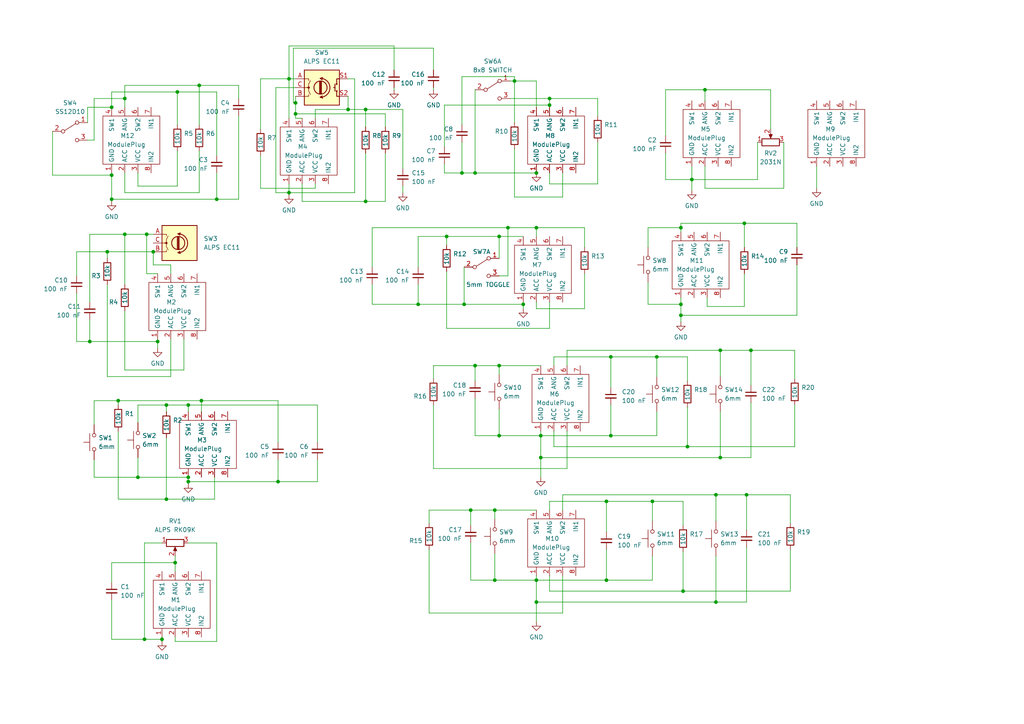
<source format=kicad_sch>
(kicad_sch (version 20211123) (generator eeschema)
  (paper "A4")
  (lib_symbols
    (symbol "Device:C_Small" (pin_numbers hide) (pin_names (offset 0.254) hide)
      (property "Reference" "C" (at 0.254 1.778 0))
      (property "Value" "C_Small" (at 0.254 -2.032 0))
      (symbol "C_Small_1_1"
        (pin passive line (at 0 2.54 270) (length 2.032) (name "~") (number "1"))
        (pin passive line (at 0 -2.54 90) (length 2.032) (name "~") (number "2"))
      )
    )
    (symbol "Device:R" (pin_numbers hide) (pin_names (offset 0))
      (property "Reference" "R" (at 2.032 0 90))
      (property "Value" "R" (at 0 0 90))
      (symbol "R_1_1"
        (pin passive line (at 0 3.81 270) (length 1.27) (name "~") (number "1"))
        (pin passive line (at 0 -3.81 90) (length 1.27) (name "~") (number "2"))
      )
    )
    (symbol "Device:R_Potentiometer" (pin_names (offset 1.016) hide)
      (property "Reference" "RV" (at -4.445 0 90))
      (property "Value" "R_Potentiometer" (at -2.54 0 90))
      (symbol "R_Potentiometer_1_1"
        (pin passive line (at 0 3.81 270) (length 1.27) (name "1") (number "1"))
        (pin passive line (at 3.81 0 180) (length 1.27) (name "2") (number "2"))
        (pin passive line (at 0 -3.81 90) (length 1.27) (name "3") (number "3"))
      )
    )
    (symbol "Device:RotaryEncoder" (pin_names (offset 0.254) hide)
      (property "Reference" "SW" (at 0 6.604 0))
      (property "Value" "RotaryEncoder" (at 0 -6.604 0))
      (symbol "RotaryEncoder_1_1"
        (pin passive line (at -7.62 2.54 0) (length 2.54) (name "A") (number "A"))
        (pin passive line (at -7.62 -2.54 0) (length 2.54) (name "B") (number "B"))
        (pin passive line (at -7.62 0 0) (length 2.54) (name "C") (number "C"))
      )
    )
    (symbol "Device:RotaryEncoder_Switch" (pin_names (offset 0.254) hide)
      (property "Reference" "SW" (at 0 6.604 0))
      (property "Value" "RotaryEncoder_Switch" (at 0 -6.604 0))
      (symbol "RotaryEncoder_Switch_1_1"
        (pin passive line (at -7.62 2.54 0) (length 2.54) (name "A") (number "A"))
        (pin passive line (at -7.62 -2.54 0) (length 2.54) (name "B") (number "B"))
        (pin passive line (at -7.62 0 0) (length 2.54) (name "C") (number "C"))
        (pin passive line (at 7.62 2.54 180) (length 2.54) (name "S1") (number "S1"))
        (pin passive line (at 7.62 -2.54 180) (length 2.54) (name "S2") (number "S2"))
      )
    )
    (symbol "ModulePlug:ModulePlug"
      (property "Reference" "M" (at 0 0 0))
      (property "Value" "ModulePlug" (at 1.27 2.54 0))
      (property "Footprint" "HIDControls:ModulePlug" (at 1.27 0 0))
      (symbol "ModulePlug_1_1"
        (pin input line (at -3.81 -7.62 90) (length 2.54) (name "GND") (number "1"))
        (pin input line (at 0 -7.62 90) (length 2.54) (name "ACC") (number "2"))
        (pin input line (at 3.81 -7.62 90) (length 2.54) (name "VCC") (number "3"))
        (pin input line (at -3.81 11.43 270) (length 2.54) (name "SW1") (number "4"))
        (pin input line (at 0 11.43 270) (length 2.54) (name "ANG") (number "5"))
        (pin input line (at 3.81 11.43 270) (length 2.54) (name "SW2") (number "6"))
        (pin input line (at 7.62 11.43 270) (length 2.54) (name "IN1") (number "7"))
        (pin input line (at 7.62 -7.62 90) (length 2.54) (name "IN2") (number "8"))
      )
    )
    (symbol "ModulePlug_10"
      (property "Reference" "M" (at 0 0 0))
      (property "Value" "ModulePlug_10" (at 1.27 2.54 0))
      (property "Footprint" "HIDControls:ModulePlug" (at 1.27 0 0))
      (symbol "ModulePlug_10_1_1"
        (pin input line (at -3.81 -7.62 90) (length 2.54) (name "GND") (number "1"))
        (pin input line (at 0 -7.62 90) (length 2.54) (name "ACC") (number "2"))
        (pin input line (at 3.81 -7.62 90) (length 2.54) (name "VCC") (number "3"))
        (pin input line (at -3.81 11.43 270) (length 2.54) (name "SW1") (number "4"))
        (pin input line (at 0 11.43 270) (length 2.54) (name "ANG") (number "5"))
        (pin input line (at 3.81 11.43 270) (length 2.54) (name "SW2") (number "6"))
        (pin input line (at 7.62 11.43 270) (length 2.54) (name "IN1") (number "7"))
        (pin input line (at 7.62 -7.62 90) (length 2.54) (name "IN2") (number "8"))
      )
    )
    (symbol "ModulePlug_11"
      (property "Reference" "M" (at 0 0 0))
      (property "Value" "ModulePlug_11" (at 1.27 2.54 0))
      (property "Footprint" "HIDControls:ModulePlug" (at 1.27 0 0))
      (symbol "ModulePlug_11_1_1"
        (pin input line (at -3.81 -7.62 90) (length 2.54) (name "GND") (number "1"))
        (pin input line (at 0 -7.62 90) (length 2.54) (name "ACC") (number "2"))
        (pin input line (at 3.81 -7.62 90) (length 2.54) (name "VCC") (number "3"))
        (pin input line (at -3.81 11.43 270) (length 2.54) (name "SW1") (number "4"))
        (pin input line (at 0 11.43 270) (length 2.54) (name "ANG") (number "5"))
        (pin input line (at 3.81 11.43 270) (length 2.54) (name "SW2") (number "6"))
        (pin input line (at 7.62 11.43 270) (length 2.54) (name "IN1") (number "7"))
        (pin input line (at 7.62 -7.62 90) (length 2.54) (name "IN2") (number "8"))
      )
    )
    (symbol "ModulePlug_13"
      (property "Reference" "M" (at 0 0 0))
      (property "Value" "ModulePlug_13" (at 1.27 2.54 0))
      (property "Footprint" "HIDControls:ModulePlug" (at 1.27 0 0))
      (symbol "ModulePlug_13_1_1"
        (pin input line (at -3.81 -7.62 90) (length 2.54) (name "GND") (number "1"))
        (pin input line (at 0 -7.62 90) (length 2.54) (name "ACC") (number "2"))
        (pin input line (at 3.81 -7.62 90) (length 2.54) (name "VCC") (number "3"))
        (pin input line (at -3.81 11.43 270) (length 2.54) (name "SW1") (number "4"))
        (pin input line (at 0 11.43 270) (length 2.54) (name "ANG") (number "5"))
        (pin input line (at 3.81 11.43 270) (length 2.54) (name "SW2") (number "6"))
        (pin input line (at 7.62 11.43 270) (length 2.54) (name "IN1") (number "7"))
        (pin input line (at 7.62 -7.62 90) (length 2.54) (name "IN2") (number "8"))
      )
    )
    (symbol "ModulePlug_3"
      (property "Reference" "M" (at 0 0 0))
      (property "Value" "ModulePlug_3" (at 1.27 2.54 0))
      (property "Footprint" "HIDControls:ModulePlug" (at 1.27 0 0))
      (symbol "ModulePlug_3_1_1"
        (pin input line (at -3.81 -7.62 90) (length 2.54) (name "GND") (number "1"))
        (pin input line (at 0 -7.62 90) (length 2.54) (name "ACC") (number "2"))
        (pin input line (at 3.81 -7.62 90) (length 2.54) (name "VCC") (number "3"))
        (pin input line (at -3.81 11.43 270) (length 2.54) (name "SW1") (number "4"))
        (pin input line (at 0 11.43 270) (length 2.54) (name "ANG") (number "5"))
        (pin input line (at 3.81 11.43 270) (length 2.54) (name "SW2") (number "6"))
        (pin input line (at 7.62 11.43 270) (length 2.54) (name "IN1") (number "7"))
        (pin input line (at 7.62 -7.62 90) (length 2.54) (name "IN2") (number "8"))
      )
    )
    (symbol "ModulePlug_4"
      (property "Reference" "M" (at 0 0 0))
      (property "Value" "ModulePlug_4" (at 1.27 2.54 0))
      (property "Footprint" "HIDControls:ModulePlug" (at 1.27 0 0))
      (symbol "ModulePlug_4_1_1"
        (pin input line (at -3.81 -7.62 90) (length 2.54) (name "GND") (number "1"))
        (pin input line (at 0 -7.62 90) (length 2.54) (name "ACC") (number "2"))
        (pin input line (at 3.81 -7.62 90) (length 2.54) (name "VCC") (number "3"))
        (pin input line (at -3.81 11.43 270) (length 2.54) (name "SW1") (number "4"))
        (pin input line (at 0 11.43 270) (length 2.54) (name "ANG") (number "5"))
        (pin input line (at 3.81 11.43 270) (length 2.54) (name "SW2") (number "6"))
        (pin input line (at 7.62 11.43 270) (length 2.54) (name "IN1") (number "7"))
        (pin input line (at 7.62 -7.62 90) (length 2.54) (name "IN2") (number "8"))
      )
    )
    (symbol "ModulePlug_5"
      (property "Reference" "M" (at 0 0 0))
      (property "Value" "ModulePlug_5" (at 1.27 2.54 0))
      (property "Footprint" "HIDControls:ModulePlug" (at 1.27 0 0))
      (symbol "ModulePlug_5_1_1"
        (pin input line (at -3.81 -7.62 90) (length 2.54) (name "GND") (number "1"))
        (pin input line (at 0 -7.62 90) (length 2.54) (name "ACC") (number "2"))
        (pin input line (at 3.81 -7.62 90) (length 2.54) (name "VCC") (number "3"))
        (pin input line (at -3.81 11.43 270) (length 2.54) (name "SW1") (number "4"))
        (pin input line (at 0 11.43 270) (length 2.54) (name "ANG") (number "5"))
        (pin input line (at 3.81 11.43 270) (length 2.54) (name "SW2") (number "6"))
        (pin input line (at 7.62 11.43 270) (length 2.54) (name "IN1") (number "7"))
        (pin input line (at 7.62 -7.62 90) (length 2.54) (name "IN2") (number "8"))
      )
    )
    (symbol "ModulePlug_6"
      (property "Reference" "M" (at 0 0 0))
      (property "Value" "ModulePlug_6" (at 1.27 2.54 0))
      (property "Footprint" "HIDControls:ModulePlug" (at 1.27 0 0))
      (symbol "ModulePlug_6_1_1"
        (pin input line (at -3.81 -7.62 90) (length 2.54) (name "GND") (number "1"))
        (pin input line (at 0 -7.62 90) (length 2.54) (name "ACC") (number "2"))
        (pin input line (at 3.81 -7.62 90) (length 2.54) (name "VCC") (number "3"))
        (pin input line (at -3.81 11.43 270) (length 2.54) (name "SW1") (number "4"))
        (pin input line (at 0 11.43 270) (length 2.54) (name "ANG") (number "5"))
        (pin input line (at 3.81 11.43 270) (length 2.54) (name "SW2") (number "6"))
        (pin input line (at 7.62 11.43 270) (length 2.54) (name "IN1") (number "7"))
        (pin input line (at 7.62 -7.62 90) (length 2.54) (name "IN2") (number "8"))
      )
    )
    (symbol "ModulePlug_7"
      (property "Reference" "M" (at 0 0 0))
      (property "Value" "ModulePlug_7" (at 1.27 2.54 0))
      (property "Footprint" "HIDControls:ModulePlug" (at 1.27 0 0))
      (symbol "ModulePlug_7_1_1"
        (pin input line (at -3.81 -7.62 90) (length 2.54) (name "GND") (number "1"))
        (pin input line (at 0 -7.62 90) (length 2.54) (name "ACC") (number "2"))
        (pin input line (at 3.81 -7.62 90) (length 2.54) (name "VCC") (number "3"))
        (pin input line (at -3.81 11.43 270) (length 2.54) (name "SW1") (number "4"))
        (pin input line (at 0 11.43 270) (length 2.54) (name "ANG") (number "5"))
        (pin input line (at 3.81 11.43 270) (length 2.54) (name "SW2") (number "6"))
        (pin input line (at 7.62 11.43 270) (length 2.54) (name "IN1") (number "7"))
        (pin input line (at 7.62 -7.62 90) (length 2.54) (name "IN2") (number "8"))
      )
    )
    (symbol "ModulePlug_9"
      (property "Reference" "M" (at 0 0 0))
      (property "Value" "ModulePlug_9" (at 1.27 2.54 0))
      (property "Footprint" "HIDControls:ModulePlug" (at 1.27 0 0))
      (symbol "ModulePlug_9_1_1"
        (pin input line (at -3.81 -7.62 90) (length 2.54) (name "GND") (number "1"))
        (pin input line (at 0 -7.62 90) (length 2.54) (name "ACC") (number "2"))
        (pin input line (at 3.81 -7.62 90) (length 2.54) (name "VCC") (number "3"))
        (pin input line (at -3.81 11.43 270) (length 2.54) (name "SW1") (number "4"))
        (pin input line (at 0 11.43 270) (length 2.54) (name "ANG") (number "5"))
        (pin input line (at 3.81 11.43 270) (length 2.54) (name "SW2") (number "6"))
        (pin input line (at 7.62 11.43 270) (length 2.54) (name "IN1") (number "7"))
        (pin input line (at 7.62 -7.62 90) (length 2.54) (name "IN2") (number "8"))
      )
    )
    (symbol "Switch:SW_DPDT_x2" (pin_names (offset 0) hide)
      (property "Reference" "SW" (at 0 4.318 0))
      (property "Value" "SW_DPDT_x2" (at 0 -5.08 0))
      (symbol "SW_DPDT_x2_1_1"
        (pin passive line (at 5.08 2.54 180) (length 2.54) (name "A") (number "1"))
        (pin passive line (at -5.08 0 0) (length 2.54) (name "B") (number "2"))
        (pin passive line (at 5.08 -2.54 180) (length 2.54) (name "C") (number "3"))
      )
      (symbol "SW_DPDT_x2_2_1"
        (pin passive line (at 5.08 2.54 180) (length 2.54) (name "A") (number "4"))
        (pin passive line (at -5.08 0 0) (length 2.54) (name "B") (number "5"))
        (pin passive line (at 5.08 -2.54 180) (length 2.54) (name "C") (number "6"))
      )
    )
    (symbol "Switch:SW_Push" (pin_numbers hide) (pin_names (offset 1.016) hide)
      (property "Reference" "SW" (at 1.27 2.54 0))
      (property "Value" "SW_Push" (at 0 -1.524 0))
      (symbol "SW_Push_0_1"
        (pin passive line (at -5.08 0 0) (length 2.54) (name "1") (number "1"))
        (pin passive line (at 5.08 0 180) (length 2.54) (name "2") (number "2"))
      )
    )
    (symbol "Switch:SW_SPDT" (pin_names (offset 0) hide)
      (property "Reference" "SW" (at 0 4.318 0))
      (property "Value" "SW_SPDT" (at 0 -5.08 0))
      (symbol "SW_SPDT_1_1"
        (pin passive line (at 5.08 2.54 180) (length 2.54) (name "A") (number "1"))
        (pin passive line (at -5.08 0 0) (length 2.54) (name "B") (number "2"))
        (pin passive line (at 5.08 -2.54 180) (length 2.54) (name "C") (number "3"))
      )
    )
    (symbol "power:GND" (power) (pin_names (offset 0))
      (property "Value" "GND" (at 0 -3.81 0))
      (symbol "GND_1_1"
        (pin power_in line (at 0 0 270) (length 0) hide (name "GND") (number "1"))
      )
    )
  )
  (junction (at 159.385 28.575))
  (junction (at 137.795 50.165))
  (junction (at 143.51 168.275))
  (junction (at 44.45 73.025))
  (junction (at 32.385 31.115))
  (junction (at 175.895 145.415))
  (junction (at 80.645 139.7))
  (junction (at 207.645 174.625))
  (junction (at 216.535 143.51))
  (junction (at 83.82 22.86))
  (junction (at 57.785 24.765))
  (junction (at 198.12 171.45))
  (junction (at 48.26 117.475))
  (junction (at 121.285 88.265))
  (junction (at 156.845 132.715))
  (junction (at 85.725 29.845))
  (junction (at 151.765 88.265))
  (junction (at 133.985 50.165))
  (junction (at 204.47 26.035))
  (junction (at 197.485 88.265))
  (junction (at 42.545 67.945))
  (junction (at 134.62 88.265))
  (junction (at 208.915 101.6))
  (junction (at 197.485 66.04))
  (junction (at 200.66 52.07))
  (junction (at 40.005 138.43))
  (junction (at 48.26 144.78))
  (junction (at 215.9 64.77))
  (junction (at 54.61 117.475))
  (junction (at 34.29 116.205))
  (junction (at 147.32 66.04))
  (junction (at 189.23 145.415))
  (junction (at 217.805 101.6))
  (junction (at 83.82 55.88))
  (junction (at 177.165 126.365))
  (junction (at 32.385 57.785))
  (junction (at 58.42 116.205))
  (junction (at 159.385 30.48))
  (junction (at 50.8 163.195))
  (junction (at 62.865 57.785))
  (junction (at 190.5 103.505))
  (junction (at 32.385 50.8))
  (junction (at 175.895 168.275))
  (junction (at 199.39 129.54))
  (junction (at 155.575 66.04))
  (junction (at 36.195 28.575))
  (junction (at 143.51 147.955))
  (junction (at 144.78 68.58))
  (junction (at 36.195 67.945))
  (junction (at 54.61 139.7))
  (junction (at 208.915 132.715))
  (junction (at 144.78 106.045))
  (junction (at 46.99 185.42))
  (junction (at 100.965 31.75))
  (junction (at 149.225 23.495))
  (junction (at 85.725 33.02))
  (junction (at 144.78 126.365))
  (junction (at 155.575 50.165))
  (junction (at 51.435 26.67))
  (junction (at 155.575 168.275))
  (junction (at 54.61 138.43))
  (junction (at 31.115 73.025))
  (junction (at 137.795 106.045))
  (junction (at 156.845 126.365))
  (junction (at 45.72 99.06))
  (junction (at 106.045 31.75))
  (junction (at 177.165 103.505))
  (junction (at 207.645 143.51))
  (junction (at 106.045 58.42))
  (junction (at 155.575 174.625))
  (junction (at 26.035 99.06))
  (junction (at 136.525 147.955))
  (junction (at 197.485 91.44))
  (junction (at 129.54 68.58))
  (junction (at 41.91 185.42))
  (wire (pts (xy 41.91 157.48) (xy 46.99 157.48)))
  (wire (pts (xy 49.53 98.425) (xy 49.53 109.22)))
  (wire (pts (xy 32.385 168.91) (xy 32.385 163.195)))
  (wire (pts (xy 156.845 138.43) (xy 156.845 132.715)))
  (wire (pts (xy 40.005 50.165) (xy 40.005 53.975)))
  (wire (pts (xy 57.785 24.765) (xy 69.215 24.765)))
  (wire (pts (xy 106.045 31.75) (xy 100.965 31.75)))
  (wire (pts (xy 36.195 28.575) (xy 36.195 31.115)))
  (wire (pts (xy 85.09 13.97) (xy 125.73 13.97)))
  (wire (pts (xy 80.645 128.27) (xy 80.645 116.205)))
  (wire (pts (xy 125.73 106.045) (xy 137.795 106.045)))
  (wire (pts (xy 34.29 144.78) (xy 48.26 144.78)))
  (wire (pts (xy 40.005 117.475) (xy 48.26 117.475)))
  (wire (pts (xy 227.33 41.275) (xy 227.33 54.61)))
  (wire (pts (xy 129.54 95.25) (xy 159.385 95.25)))
  (wire (pts (xy 163.195 57.15) (xy 149.225 57.15)))
  (wire (pts (xy 143.51 147.955) (xy 143.51 150.495)))
  (wire (pts (xy 27.305 123.19) (xy 27.305 116.205)))
  (wire (pts (xy 111.76 58.42) (xy 106.045 58.42)))
  (wire (pts (xy 36.195 67.945) (xy 42.545 67.945)))
  (wire (pts (xy 91.44 54.61) (xy 91.44 53.34)))
  (wire (pts (xy 40.005 138.43) (xy 27.305 138.43)))
  (wire (pts (xy 207.645 143.51) (xy 207.645 151.13)))
  (wire (pts (xy 83.82 22.86) (xy 83.82 13.335)))
  (wire (pts (xy 26.035 87.63) (xy 26.035 67.945)))
  (wire (pts (xy 116.84 53.975) (xy 116.84 55.88)))
  (wire (pts (xy 15.24 38.1) (xy 15.24 50.8)))
  (wire (pts (xy 155.575 168.275) (xy 155.575 167.005)))
  (wire (pts (xy 231.14 64.77) (xy 215.9 64.77)))
  (wire (pts (xy 114.3 13.335) (xy 114.3 20.32)))
  (wire (pts (xy 50.8 163.195) (xy 50.8 165.735)))
  (wire (pts (xy 151.765 87.63) (xy 151.765 88.265)))
  (wire (pts (xy 91.44 34.29) (xy 91.44 31.75)))
  (wire (pts (xy 111.76 33.02) (xy 111.76 36.83)))
  (wire (pts (xy 137.795 50.165) (xy 155.575 50.165)))
  (wire (pts (xy 62.865 186.055) (xy 62.865 157.48)))
  (wire (pts (xy 31.115 73.025) (xy 44.45 73.025)))
  (wire (pts (xy 207.645 143.51) (xy 216.535 143.51)))
  (wire (pts (xy 25.4 40.64) (xy 27.305 40.64)))
  (wire (pts (xy 36.195 28.575) (xy 36.195 24.765)))
  (wire (pts (xy 155.575 66.04) (xy 155.575 68.58)))
  (wire (pts (xy 45.72 99.06) (xy 45.72 100.965)))
  (wire (pts (xy 144.78 126.365) (xy 156.845 126.365)))
  (wire (pts (xy 54.61 117.475) (xy 92.075 117.475)))
  (wire (pts (xy 133.985 36.195) (xy 133.985 22.225)))
  (wire (pts (xy 173.355 28.575) (xy 173.355 33.655)))
  (wire (pts (xy 144.78 68.58) (xy 151.765 68.58)))
  (wire (pts (xy 32.385 185.42) (xy 41.91 185.42)))
  (wire (pts (xy 44.45 76.835) (xy 49.53 76.835)))
  (wire (pts (xy 129.54 71.12) (xy 129.54 68.58)))
  (wire (pts (xy 83.82 13.335) (xy 114.3 13.335)))
  (wire (pts (xy 163.195 50.165) (xy 163.195 57.15)))
  (wire (pts (xy 75.565 37.465) (xy 75.565 22.86)))
  (wire (pts (xy 27.305 40.64) (xy 27.305 28.575)))
  (wire (pts (xy 75.565 54.61) (xy 91.44 54.61)))
  (wire (pts (xy 199.39 103.505) (xy 190.5 103.505)))
  (wire (pts (xy 200.66 52.07) (xy 200.66 48.26)))
  (wire (pts (xy 216.535 153.67) (xy 216.535 143.51)))
  (wire (pts (xy 125.73 13.97) (xy 125.73 20.32)))
  (wire (pts (xy 36.195 82.55) (xy 36.195 67.945)))
  (wire (pts (xy 128.905 50.165) (xy 133.985 50.165)))
  (wire (pts (xy 197.485 91.44) (xy 231.14 91.44)))
  (wire (pts (xy 62.865 157.48) (xy 54.61 157.48)))
  (wire (pts (xy 133.985 50.165) (xy 137.795 50.165)))
  (wire (pts (xy 163.195 177.8) (xy 163.195 167.005)))
  (wire (pts (xy 189.23 168.275) (xy 175.895 168.275)))
  (wire (pts (xy 236.855 48.26) (xy 236.855 54.61)))
  (wire (pts (xy 219.71 41.275) (xy 219.71 52.07)))
  (wire (pts (xy 83.82 53.34) (xy 83.82 55.88)))
  (wire (pts (xy 149.225 23.495) (xy 149.225 35.56)))
  (wire (pts (xy 144.78 74.93) (xy 144.78 68.58)))
  (wire (pts (xy 32.385 173.99) (xy 32.385 185.42)))
  (wire (pts (xy 143.51 147.955) (xy 155.575 147.955)))
  (wire (pts (xy 129.54 68.58) (xy 144.78 68.58)))
  (wire (pts (xy 197.485 64.77) (xy 197.485 66.04)))
  (wire (pts (xy 46.99 186.055) (xy 46.99 185.42)))
  (wire (pts (xy 83.82 55.88) (xy 102.87 55.88)))
  (wire (pts (xy 36.195 50.165) (xy 36.195 55.88)))
  (wire (pts (xy 177.165 126.365) (xy 177.165 117.475)))
  (wire (pts (xy 198.12 152.4) (xy 198.12 145.415)))
  (wire (pts (xy 85.725 29.845) (xy 85.09 29.845)))
  (wire (pts (xy 193.04 39.37) (xy 193.04 26.035)))
  (wire (pts (xy 107.95 77.47) (xy 107.95 66.04)))
  (wire (pts (xy 85.725 22.86) (xy 83.82 22.86)))
  (wire (pts (xy 204.47 26.035) (xy 204.47 29.21)))
  (wire (pts (xy 42.545 67.945) (xy 42.545 79.375)))
  (wire (pts (xy 49.53 109.22) (xy 31.115 109.22)))
  (wire (pts (xy 164.465 135.89) (xy 164.465 125.095)))
  (wire (pts (xy 156.845 126.365) (xy 156.845 125.095)))
  (wire (pts (xy 197.485 91.44) (xy 197.485 93.345)))
  (wire (pts (xy 229.235 143.51) (xy 216.535 143.51)))
  (wire (pts (xy 100.965 31.75) (xy 100.965 27.94)))
  (wire (pts (xy 54.61 117.475) (xy 54.61 119.38)))
  (wire (pts (xy 144.78 106.045) (xy 156.845 106.045)))
  (wire (pts (xy 57.785 24.765) (xy 57.785 36.195)))
  (wire (pts (xy 27.305 133.35) (xy 27.305 138.43)))
  (wire (pts (xy 129.54 78.74) (xy 129.54 95.25)))
  (wire (pts (xy 49.53 76.835) (xy 49.53 79.375)))
  (wire (pts (xy 189.23 145.415) (xy 189.23 151.13)))
  (wire (pts (xy 215.9 88.9) (xy 215.9 79.375)))
  (wire (pts (xy 208.915 119.38) (xy 208.915 132.715)))
  (wire (pts (xy 69.215 57.785) (xy 69.215 33.655)))
  (wire (pts (xy 187.96 66.04) (xy 197.485 66.04)))
  (wire (pts (xy 34.29 125.095) (xy 34.29 144.78)))
  (wire (pts (xy 173.355 53.34) (xy 173.355 41.275)))
  (wire (pts (xy 223.52 26.035) (xy 204.47 26.035)))
  (wire (pts (xy 32.385 31.115) (xy 32.385 26.67)))
  (wire (pts (xy 156.845 126.365) (xy 177.165 126.365)))
  (wire (pts (xy 92.075 117.475) (xy 92.075 128.27)))
  (wire (pts (xy 230.505 117.475) (xy 230.505 129.54)))
  (wire (pts (xy 149.225 57.15) (xy 149.225 43.18)))
  (wire (pts (xy 58.42 116.205) (xy 58.42 119.38)))
  (wire (pts (xy 106.045 58.42) (xy 87.63 58.42)))
  (wire (pts (xy 27.305 28.575) (xy 36.195 28.575)))
  (wire (pts (xy 75.565 22.86) (xy 83.82 22.86)))
  (wire (pts (xy 25.4 31.115) (xy 32.385 31.115)))
  (wire (pts (xy 92.075 133.35) (xy 92.075 139.7)))
  (wire (pts (xy 44.45 73.025) (xy 44.45 76.835)))
  (wire (pts (xy 32.385 57.785) (xy 62.865 57.785)))
  (wire (pts (xy 177.165 103.505) (xy 160.655 103.505)))
  (wire (pts (xy 169.545 71.755) (xy 169.545 66.04)))
  (wire (pts (xy 124.46 159.385) (xy 124.46 177.8)))
  (wire (pts (xy 125.73 109.855) (xy 125.73 106.045)))
  (wire (pts (xy 187.96 88.265) (xy 197.485 88.265)))
  (wire (pts (xy 48.26 144.78) (xy 62.23 144.78)))
  (wire (pts (xy 53.34 98.425) (xy 53.34 107.315)))
  (wire (pts (xy 136.525 152.4) (xy 136.525 147.955)))
  (wire (pts (xy 163.195 143.51) (xy 207.645 143.51)))
  (wire (pts (xy 175.895 145.415) (xy 159.385 145.415)))
  (wire (pts (xy 177.165 103.505) (xy 190.5 103.505)))
  (wire (pts (xy 116.84 48.895) (xy 116.84 31.75)))
  (wire (pts (xy 46.99 185.42) (xy 41.91 185.42)))
  (wire (pts (xy 134.62 77.47) (xy 134.62 88.265)))
  (wire (pts (xy 83.82 55.88) (xy 83.82 56.515)))
  (wire (pts (xy 40.005 53.975) (xy 51.435 53.975)))
  (wire (pts (xy 147.955 23.495) (xy 149.225 23.495)))
  (wire (pts (xy 231.14 91.44) (xy 231.14 76.835)))
  (wire (pts (xy 199.39 129.54) (xy 230.505 129.54)))
  (wire (pts (xy 204.47 54.61) (xy 204.47 48.26)))
  (wire (pts (xy 149.225 23.495) (xy 155.575 23.495)))
  (wire (pts (xy 137.795 110.49) (xy 137.795 106.045)))
  (wire (pts (xy 230.505 101.6) (xy 217.805 101.6)))
  (wire (pts (xy 159.385 50.165) (xy 159.385 53.34)))
  (wire (pts (xy 144.78 80.01) (xy 147.32 80.01)))
  (wire (pts (xy 128.905 30.48) (xy 159.385 30.48)))
  (wire (pts (xy 136.525 168.275) (xy 143.51 168.275)))
  (wire (pts (xy 197.485 66.04) (xy 197.485 67.31)))
  (wire (pts (xy 48.26 117.475) (xy 54.61 117.475)))
  (wire (pts (xy 80.645 116.205) (xy 58.42 116.205)))
  (wire (pts (xy 198.12 160.02) (xy 198.12 171.45)))
  (wire (pts (xy 125.73 135.89) (xy 164.465 135.89)))
  (wire (pts (xy 22.225 99.06) (xy 22.225 85.09)))
  (wire (pts (xy 193.04 26.035) (xy 204.47 26.035)))
  (wire (pts (xy 22.225 73.025) (xy 31.115 73.025)))
  (wire (pts (xy 151.765 88.265) (xy 134.62 88.265)))
  (wire (pts (xy 102.87 22.86) (xy 102.87 55.88)))
  (wire (pts (xy 227.33 54.61) (xy 204.47 54.61)))
  (wire (pts (xy 53.34 107.315) (xy 36.195 107.315)))
  (wire (pts (xy 189.23 161.29) (xy 189.23 168.275)))
  (wire (pts (xy 106.045 44.45) (xy 106.045 58.42)))
  (wire (pts (xy 208.915 132.715) (xy 217.805 132.715)))
  (wire (pts (xy 124.46 177.8) (xy 163.195 177.8)))
  (wire (pts (xy 32.385 163.195) (xy 50.8 163.195)))
  (wire (pts (xy 46.99 185.42) (xy 46.99 184.785)))
  (wire (pts (xy 190.5 119.38) (xy 190.5 126.365)))
  (wire (pts (xy 36.195 90.17) (xy 36.195 107.315)))
  (wire (pts (xy 48.26 127) (xy 48.26 144.78)))
  (wire (pts (xy 106.045 36.83) (xy 106.045 31.75)))
  (wire (pts (xy 36.195 55.88) (xy 57.785 55.88)))
  (wire (pts (xy 136.525 147.955) (xy 143.51 147.955)))
  (wire (pts (xy 128.905 50.165) (xy 128.905 47.625)))
  (wire (pts (xy 44.45 67.945) (xy 42.545 67.945)))
  (wire (pts (xy 136.525 157.48) (xy 136.525 168.275)))
  (wire (pts (xy 107.95 66.04) (xy 147.32 66.04)))
  (wire (pts (xy 83.82 22.86) (xy 83.82 34.29)))
  (wire (pts (xy 31.115 74.93) (xy 31.115 73.025)))
  (wire (pts (xy 160.655 125.095) (xy 160.655 129.54)))
  (wire (pts (xy 198.12 171.45) (xy 229.235 171.45)))
  (wire (pts (xy 51.435 53.975) (xy 51.435 43.815)))
  (wire (pts (xy 149.225 22.225) (xy 149.225 23.495)))
  (wire (pts (xy 155.575 174.625) (xy 207.645 174.625)))
  (wire (pts (xy 32.385 50.8) (xy 15.24 50.8)))
  (wire (pts (xy 134.62 88.265) (xy 121.285 88.265)))
  (wire (pts (xy 125.73 25.4) (xy 125.73 26.035)))
  (wire (pts (xy 143.51 160.655) (xy 143.51 168.275)))
  (wire (pts (xy 205.105 86.36) (xy 205.105 88.9)))
  (wire (pts (xy 87.63 58.42) (xy 87.63 53.34)))
  (wire (pts (xy 27.305 116.205) (xy 34.29 116.205)))
  (wire (pts (xy 62.865 26.67) (xy 51.435 26.67)))
  (wire (pts (xy 80.01 25.4) (xy 80.01 55.88)))
  (wire (pts (xy 85.725 27.94) (xy 85.725 29.845)))
  (wire (pts (xy 193.04 44.45) (xy 193.04 52.07)))
  (wire (pts (xy 25.4 35.56) (xy 25.4 31.115)))
  (wire (pts (xy 190.5 103.505) (xy 190.5 109.22)))
  (wire (pts (xy 26.035 99.06) (xy 45.72 99.06)))
  (wire (pts (xy 80.01 25.4) (xy 85.725 25.4)))
  (wire (pts (xy 215.9 71.755) (xy 215.9 64.77)))
  (wire (pts (xy 32.385 58.42) (xy 32.385 57.785)))
  (wire (pts (xy 205.105 88.9) (xy 215.9 88.9)))
  (wire (pts (xy 62.865 50.165) (xy 62.865 57.785)))
  (wire (pts (xy 230.505 109.855) (xy 230.505 101.6)))
  (wire (pts (xy 32.385 57.785) (xy 32.385 50.8)))
  (wire (pts (xy 62.865 45.085) (xy 62.865 26.67)))
  (wire (pts (xy 114.3 25.4) (xy 114.3 26.035)))
  (wire (pts (xy 54.61 139.7) (xy 80.645 139.7)))
  (wire (pts (xy 91.44 31.75) (xy 100.965 31.75)))
  (wire (pts (xy 32.385 26.67) (xy 51.435 26.67)))
  (wire (pts (xy 111.76 44.45) (xy 111.76 58.42)))
  (wire (pts (xy 34.29 116.205) (xy 34.29 117.475)))
  (wire (pts (xy 62.865 57.785) (xy 69.215 57.785)))
  (wire (pts (xy 215.9 64.77) (xy 197.485 64.77)))
  (wire (pts (xy 121.285 77.47) (xy 121.285 68.58)))
  (wire (pts (xy 62.23 144.78) (xy 62.23 138.43)))
  (wire (pts (xy 124.46 147.955) (xy 136.525 147.955)))
  (wire (pts (xy 50.8 186.055) (xy 62.865 186.055)))
  (wire (pts (xy 22.225 99.06) (xy 26.035 99.06)))
  (wire (pts (xy 159.385 30.48) (xy 159.385 31.115)))
  (wire (pts (xy 156.845 132.715) (xy 208.915 132.715)))
  (wire (pts (xy 177.165 112.395) (xy 177.165 103.505)))
  (wire (pts (xy 147.32 66.04) (xy 155.575 66.04)))
  (wire (pts (xy 197.485 86.36) (xy 197.485 88.265)))
  (wire (pts (xy 198.12 145.415) (xy 189.23 145.415)))
  (wire (pts (xy 159.385 145.415) (xy 159.385 147.955)))
  (wire (pts (xy 169.545 89.535) (xy 169.545 79.375)))
  (wire (pts (xy 128.905 42.545) (xy 128.905 30.48)))
  (wire (pts (xy 125.73 117.475) (xy 125.73 135.89)))
  (wire (pts (xy 159.385 28.575) (xy 173.355 28.575)))
  (wire (pts (xy 85.725 29.845) (xy 85.725 33.02)))
  (wire (pts (xy 133.985 22.225) (xy 149.225 22.225)))
  (wire (pts (xy 200.66 52.07) (xy 193.04 52.07)))
  (wire (pts (xy 144.78 106.045) (xy 144.78 108.585)))
  (wire (pts (xy 164.465 106.045) (xy 164.465 101.6)))
  (wire (pts (xy 187.96 71.755) (xy 187.96 66.04)))
  (wire (pts (xy 143.51 168.275) (xy 155.575 168.275)))
  (wire (pts (xy 207.645 174.625) (xy 216.535 174.625)))
  (wire (pts (xy 231.14 71.755) (xy 231.14 64.77)))
  (wire (pts (xy 100.965 22.86) (xy 102.87 22.86)))
  (wire (pts (xy 50.8 184.785) (xy 50.8 186.055)))
  (wire (pts (xy 155.575 23.495) (xy 155.575 31.115)))
  (wire (pts (xy 175.895 168.275) (xy 175.895 159.385)))
  (wire (pts (xy 137.795 126.365) (xy 144.78 126.365)))
  (wire (pts (xy 160.655 129.54) (xy 199.39 129.54)))
  (wire (pts (xy 200.66 55.245) (xy 200.66 52.07)))
  (wire (pts (xy 187.96 81.915) (xy 187.96 88.265)))
  (wire (pts (xy 190.5 126.365) (xy 177.165 126.365)))
  (wire (pts (xy 175.895 154.305) (xy 175.895 145.415)))
  (wire (pts (xy 216.535 158.75) (xy 216.535 174.625)))
  (wire (pts (xy 169.545 66.04) (xy 155.575 66.04)))
  (wire (pts (xy 40.005 117.475) (xy 40.005 122.555)))
  (wire (pts (xy 217.805 111.76) (xy 217.805 101.6)))
  (wire (pts (xy 229.235 159.385) (xy 229.235 171.45)))
  (wire (pts (xy 159.385 28.575) (xy 159.385 30.48)))
  (wire (pts (xy 75.565 45.085) (xy 75.565 54.61)))
  (wire (pts (xy 147.32 80.01) (xy 147.32 66.04)))
  (wire (pts (xy 45.72 98.425) (xy 45.72 99.06)))
  (wire (pts (xy 34.29 116.205) (xy 58.42 116.205)))
  (wire (pts (xy 80.645 139.7) (xy 92.075 139.7)))
  (wire (pts (xy 85.725 33.02) (xy 111.76 33.02)))
  (wire (pts (xy 31.115 82.55) (xy 31.115 109.22)))
  (wire (pts (xy 116.84 31.75) (xy 106.045 31.75)))
  (wire (pts (xy 124.46 151.765) (xy 124.46 147.955)))
  (wire (pts (xy 85.725 33.02) (xy 85.725 34.29)))
  (wire (pts (xy 197.485 88.265) (xy 197.485 91.44)))
  (wire (pts (xy 51.435 26.67) (xy 51.435 36.195)))
  (wire (pts (xy 107.95 88.265) (xy 121.285 88.265)))
  (wire (pts (xy 36.195 24.765) (xy 57.785 24.765)))
  (wire (pts (xy 26.035 67.945) (xy 36.195 67.945)))
  (wire (pts (xy 80.01 55.88) (xy 83.82 55.88)))
  (wire (pts (xy 155.575 180.34) (xy 155.575 174.625)))
  (wire (pts (xy 200.66 52.07) (xy 219.71 52.07)))
  (wire (pts (xy 121.285 68.58) (xy 129.54 68.58)))
  (wire (pts (xy 199.39 110.49) (xy 199.39 103.505)))
  (wire (pts (xy 26.035 92.71) (xy 26.035 99.06)))
  (wire (pts (xy 208.915 101.6) (xy 208.915 109.22)))
  (wire (pts (xy 41.91 185.42) (xy 41.91 157.48)))
  (wire (pts (xy 133.985 41.275) (xy 133.985 50.165)))
  (wire (pts (xy 155.575 168.275) (xy 175.895 168.275)))
  (wire (pts (xy 40.005 132.715) (xy 40.005 138.43)))
  (wire (pts (xy 32.385 50.8) (xy 32.385 50.165)))
  (wire (pts (xy 48.26 117.475) (xy 48.26 119.38)))
  (wire (pts (xy 199.39 118.11) (xy 199.39 129.54)))
  (wire (pts (xy 159.385 171.45) (xy 198.12 171.45)))
  (wire (pts (xy 163.195 147.955) (xy 163.195 143.51)))
  (wire (pts (xy 137.795 115.57) (xy 137.795 126.365)))
  (wire (pts (xy 208.915 101.6) (xy 217.805 101.6)))
  (wire (pts (xy 155.575 89.535) (xy 169.545 89.535)))
  (wire (pts (xy 164.465 101.6) (xy 208.915 101.6)))
  (wire (pts (xy 160.655 103.505) (xy 160.655 106.045)))
  (wire (pts (xy 147.955 28.575) (xy 159.385 28.575)))
  (wire (pts (xy 137.795 106.045) (xy 144.78 106.045)))
  (wire (pts (xy 155.575 87.63) (xy 155.575 89.535)))
  (wire (pts (xy 80.645 139.7) (xy 80.645 133.35)))
  (wire (pts (xy 85.09 13.97) (xy 85.09 29.845)))
  (wire (pts (xy 155.575 174.625) (xy 155.575 168.275)))
  (wire (pts (xy 54.61 139.7) (xy 54.61 138.43)))
  (wire (pts (xy 217.805 116.84) (xy 217.805 132.715)))
  (wire (pts (xy 50.8 161.29) (xy 50.8 163.195)))
  (wire (pts (xy 42.545 79.375) (xy 45.72 79.375)))
  (wire (pts (xy 121.285 82.55) (xy 121.285 88.265)))
  (wire (pts (xy 137.795 26.035) (xy 137.795 50.165)))
  (wire (pts (xy 40.005 138.43) (xy 54.61 138.43)))
  (wire (pts (xy 207.645 161.29) (xy 207.645 174.625)))
  (wire (pts (xy 22.225 80.01) (xy 22.225 73.025)))
  (wire (pts (xy 85.725 34.29) (xy 87.63 34.29)))
  (wire (pts (xy 175.895 145.415) (xy 189.23 145.415)))
  (wire (pts (xy 159.385 95.25) (xy 159.385 87.63)))
  (wire (pts (xy 57.785 55.88) (xy 57.785 43.815)))
  (wire (pts (xy 223.52 37.465) (xy 223.52 26.035)))
  (wire (pts (xy 107.95 82.55) (xy 107.95 88.265)))
  (wire (pts (xy 156.845 132.715) (xy 156.845 126.365)))
  (wire (pts (xy 151.765 88.265) (xy 151.765 89.535)))
  (wire (pts (xy 54.61 140.335) (xy 54.61 139.7)))
  (wire (pts (xy 69.215 28.575) (xy 69.215 24.765)))
  (wire (pts (xy 229.235 151.765) (xy 229.235 143.51)))
  (wire (pts (xy 159.385 167.005) (xy 159.385 171.45)))
  (wire (pts (xy 159.385 53.34) (xy 173.355 53.34)))
  (wire (pts (xy 144.78 118.745) (xy 144.78 126.365)))
  (symbol (lib_id "Device:R") (at 125.73 113.665 180) (unit 1)
    (property "Reference" "R16" (at 123.825 114.9351 0) (effects (justify left)))
    (property "Value" "10k" (at 125.73 111.76 90) (effects (justify left)))
    (property "Footprint" "Resistor_THT:R_Axial_DIN0207_L6.3mm_D2.5mm_P7.62mm_Horizontal" (effects hide))
  )
  (symbol (lib_id "Switch:SW_Push") (at 189.23 156.21 90) (unit 1)
    (property "Reference" "SW11" (at 190.5 154.9399 90) (effects (justify right)))
    (property "Value" "6mm " (at 190.5 157.4799 90) (effects (justify right)))
    (property "Footprint" "Button_Switch_THT:SW_PUSH_6mm" (effects hide))
  )
  (symbol (lib_id "Device:R") (at 199.39 114.3 0) (unit 1)
    (property "Reference" "R18" (at 201.295 113.0299 0) (effects (justify left)))
    (property "Value" "10k" (at 199.39 116.205 90) (effects (justify left)))
    (property "Footprint" "Resistor_THT:R_Axial_DIN0207_L6.3mm_D2.5mm_P7.62mm_Horizontal" (effects hide))
  )
  (symbol (lib_name "ModulePlug_7") (lib_id "ModulePlug:ModulePlug") (at 159.385 159.385 0) (unit 1)
    (property "Reference" "M10" (at 158.115 156.21 0) (effects (justify left)))
    (property "Value" "ModulePlug" (at 154.305 158.75 0) (effects (justify left)))
    (property "Footprint" "HIDControls:ModulePlug" (effects hide))
  )
  (symbol (lib_id "Device:R") (at 34.29 121.285 0) (unit 1)
    (property "Reference" "R1" (at 36.195 120.0149 0) (effects (justify left)))
    (property "Value" "10k" (at 34.29 123.19 90) (effects (justify left)))
    (property "Footprint" "Resistor_THT:R_Axial_DIN0207_L6.3mm_D2.5mm_P7.62mm_Horizontal" (effects hide))
  )
  (symbol (lib_id "Device:R") (at 198.12 156.21 0) (unit 1)
    (property "Reference" "R17" (at 200.025 154.9399 0) (effects (justify left)))
    (property "Value" "10k" (at 198.12 158.115 90) (effects (justify left)))
    (property "Footprint" "Resistor_THT:R_Axial_DIN0207_L6.3mm_D2.5mm_P7.62mm_Horizontal" (effects hide))
  )
  (symbol (lib_name "ModulePlug_11") (lib_id "ModulePlug:ModulePlug") (at 50.8 177.165 0) (unit 1)
    (property "Reference" "M1" (at 49.53 173.99 0) (effects (justify left)))
    (property "Value" "ModulePlug" (at 45.72 176.53 0) (effects (justify left)))
    (property "Footprint" "HIDControls:ModulePlug" (effects hide))
  )
  (symbol (lib_id "Device:C_Small") (at 217.805 114.3 0) (mirror y) (unit 1)
    (property "Reference" "C22" (at 220.98 113.0362 0) (effects (justify right)))
    (property "Value" "100 nF" (at 220.98 115.5762 0) (effects (justify right)))
    (property "Footprint" "Capacitor_THT:C_Disc_D5.0mm_W2.5mm_P2.50mm" (effects hide))
  )
  (symbol (lib_id "Switch:SW_Push") (at 27.305 128.27 90) (unit 1)
    (property "Reference" "SW1" (at 28.575 126.9999 90) (effects (justify right)))
    (property "Value" "6mm" (at 28.575 129.5399 90) (effects (justify right)))
    (property "Footprint" "Button_Switch_THT:SW_PUSH_6mm" (effects hide))
  )
  (symbol (lib_id "Device:C_Small") (at 231.14 74.295 0) (mirror x) (unit 1)
    (property "Reference" "C9" (at 228.6 73.0185 0) (effects (justify right)))
    (property "Value" "100 nF" (at 228.6 75.5585 0) (effects (justify right)))
    (property "Footprint" "Capacitor_THT:C_Disc_D5.0mm_W2.5mm_P2.50mm" (effects hide))
  )
  (symbol (lib_id "Device:C_Small") (at 137.795 113.03 0) (mirror x) (unit 1)
    (property "Reference" "C18" (at 135.255 111.7535 0) (effects (justify right)))
    (property "Value" "100 nF" (at 135.255 114.2935 0) (effects (justify right)))
    (property "Footprint" "Capacitor_THT:C_Disc_D5.0mm_W2.5mm_P2.50mm" (effects hide))
  )
  (symbol (lib_id "Device:R") (at 129.54 74.93 0) (unit 1)
    (property "Reference" "R12" (at 131.445 73.6599 0) (effects (justify left)))
    (property "Value" "10k" (at 129.54 76.835 90) (effects (justify left)))
    (property "Footprint" "Resistor_THT:R_Axial_DIN0207_L6.3mm_D2.5mm_P7.62mm_Horizontal" (effects hide))
  )
  (symbol (lib_id "Switch:SW_Push") (at 208.915 114.3 90) (unit 1)
    (property "Reference" "SW14" (at 210.185 113.0299 90) (effects (justify right)))
    (property "Value" "6mm " (at 210.185 115.5699 90) (effects (justify right)))
    (property "Footprint" "Button_Switch_THT:SW_PUSH_6mm" (effects hide))
  )
  (symbol (lib_id "power:GND") (at 114.3 26.035 0) (unit 1)
    (property "Reference" "#PWR0105" (effects hide))
    (property "Value" "GND" (at 114.3 30.48 0))
  )
  (symbol (lib_id "Switch:SW_SPDT") (at 20.32 38.1 0) (unit 1)
    (property "Reference" "SW4" (at 20.32 29.845 0))
    (property "Value" "SS12D10" (at 20.32 32.385 0))
    (property "Footprint" "HIDPanel:SS12D10" (effects hide))
  )
  (symbol (lib_id "Device:C_Small") (at 128.905 45.085 0) (mirror x) (unit 1)
    (property "Reference" "C7" (at 126.365 43.8085 0) (effects (justify right)))
    (property "Value" "100 nF" (at 126.365 46.3485 0) (effects (justify right)))
    (property "Footprint" "Capacitor_THT:C_Disc_D5.0mm_W2.5mm_P2.50mm" (effects hide))
  )
  (symbol (lib_id "Device:R") (at 57.785 40.005 0) (unit 1)
    (property "Reference" "R6" (at 59.69 38.7349 0) (effects (justify left)))
    (property "Value" "10k" (at 57.785 41.91 90) (effects (justify left)))
    (property "Footprint" "Resistor_THT:R_Axial_DIN0207_L6.3mm_D2.5mm_P7.62mm_Horizontal" (effects hide))
  )
  (symbol (lib_id "Switch:SW_Push") (at 143.51 155.575 90) (unit 1)
    (property "Reference" "SW9" (at 144.78 154.3049 90) (effects (justify right)))
    (property "Value" "6mm " (at 144.78 156.8449 90) (effects (justify right)))
    (property "Footprint" "Button_Switch_THT:SW_PUSH_6mm" (effects hide))
  )
  (symbol (lib_id "power:GND") (at 54.61 140.335 0) (unit 1)
    (property "Reference" "#PWR0122" (effects hide))
    (property "Value" "GND" (at 54.61 144.78 0))
  )
  (symbol (lib_id "Device:R") (at 48.26 123.19 0) (unit 1)
    (property "Reference" "R2" (at 50.165 121.9199 0) (effects (justify left)))
    (property "Value" "10k" (at 48.26 125.095 90) (effects (justify left)))
    (property "Footprint" "Resistor_THT:R_Axial_DIN0207_L6.3mm_D2.5mm_P7.62mm_Horizontal" (effects hide))
  )
  (symbol (lib_name "ModulePlug_4") (lib_id "ModulePlug:ModulePlug") (at 155.575 80.01 0) (unit 1)
    (property "Reference" "M7" (at 154.305 76.835 0) (effects (justify left)))
    (property "Value" "ModulePlug" (at 150.495 79.375 0) (effects (justify left)))
    (property "Footprint" "HIDControls:ModulePlug" (effects hide))
  )
  (symbol (lib_id "power:GND") (at 45.72 100.965 0) (unit 1)
    (property "Reference" "#PWR0139" (effects hide))
    (property "Value" "GND" (at 45.72 105.41 0))
  )
  (symbol (lib_id "Device:R") (at 111.76 40.64 0) (unit 1)
    (property "Reference" "R9" (at 113.665 39.3699 0) (effects (justify left)))
    (property "Value" "10k" (at 111.76 42.545 90) (effects (justify left)))
    (property "Footprint" "Resistor_THT:R_Axial_DIN0207_L6.3mm_D2.5mm_P7.62mm_Horizontal" (effects hide))
  )
  (symbol (lib_id "Device:C_Small") (at 62.865 47.625 0) (mirror x) (unit 1)
    (property "Reference" "C3" (at 60.325 46.3485 0) (effects (justify right)))
    (property "Value" "100 nF" (at 60.325 48.8885 0) (effects (justify right)))
    (property "Footprint" "Capacitor_THT:C_Disc_D5.0mm_W2.5mm_P2.50mm" (effects hide))
  )
  (symbol (lib_id "ModulePlug:ModulePlug") (at 87.63 45.72 0) (unit 1)
    (property "Reference" "M4" (at 86.36 42.545 0) (effects (justify left)))
    (property "Value" "ModulePlug" (at 82.55 45.085 0) (effects (justify left)))
    (property "Footprint" "HIDControls:ModulePlug" (effects hide))
  )
  (symbol (lib_name "ModulePlug_6") (lib_id "ModulePlug:ModulePlug") (at 58.42 130.81 0) (unit 1)
    (property "Reference" "M3" (at 57.15 127.635 0) (effects (justify left)))
    (property "Value" "ModulePlug" (at 53.34 130.175 0) (effects (justify left)))
    (property "Footprint" "HIDControls:ModulePlug" (effects hide))
  )
  (symbol (lib_id "Switch:SW_Push") (at 144.78 113.665 90) (unit 1)
    (property "Reference" "SW10" (at 146.05 112.3949 90) (effects (justify right)))
    (property "Value" "6mm " (at 146.05 114.9349 90) (effects (justify right)))
    (property "Footprint" "Button_Switch_THT:SW_PUSH_6mm" (effects hide))
  )
  (symbol (lib_id "Device:R") (at 149.225 39.37 0) (unit 1)
    (property "Reference" "R10" (at 143.51 38.1 0) (effects (justify left)))
    (property "Value" "10k" (at 149.225 41.275 90) (effects (justify left)))
    (property "Footprint" "Resistor_THT:R_Axial_DIN0207_L6.3mm_D2.5mm_P7.62mm_Horizontal" (effects hide))
  )
  (symbol (lib_id "Device:C_Small") (at 22.225 82.55 0) (mirror x) (unit 1)
    (property "Reference" "C10" (at 19.685 81.2735 0) (effects (justify right)))
    (property "Value" "100 nF" (at 19.685 83.8135 0) (effects (justify right)))
    (property "Footprint" "Capacitor_THT:C_Disc_D5.0mm_W2.5mm_P2.50mm" (effects hide))
  )
  (symbol (lib_id "Device:C_Small") (at 136.525 154.94 0) (mirror x) (unit 1)
    (property "Reference" "C17" (at 133.985 153.6635 0) (effects (justify right)))
    (property "Value" "100 nF" (at 133.985 156.2035 0) (effects (justify right)))
    (property "Footprint" "Capacitor_THT:C_Disc_D5.0mm_W2.5mm_P2.50mm" (effects hide))
  )
  (symbol (lib_id "Device:R") (at 51.435 40.005 0) (unit 1)
    (property "Reference" "R5" (at 53.34 38.7349 0) (effects (justify left)))
    (property "Value" "10k" (at 51.435 41.91 90) (effects (justify left)))
    (property "Footprint" "Resistor_THT:R_Axial_DIN0207_L6.3mm_D2.5mm_P7.62mm_Horizontal" (effects hide))
  )
  (symbol (lib_id "Device:R") (at 106.045 40.64 0) (unit 1)
    (property "Reference" "R8" (at 107.95 39.3699 0) (effects (justify left)))
    (property "Value" "10k" (at 106.045 42.545 90) (effects (justify left)))
    (property "Footprint" "Resistor_THT:R_Axial_DIN0207_L6.3mm_D2.5mm_P7.62mm_Horizontal" (effects hide))
  )
  (symbol (lib_id "power:GND") (at 46.99 186.055 0) (unit 1)
    (property "Reference" "#PWR0135" (effects hide))
    (property "Value" "GND" (at 46.99 190.5 0))
  )
  (symbol (lib_id "Device:C_Small") (at 114.3 22.86 0) (mirror x) (unit 1)
    (property "Reference" "C12" (at 111.76 21.5835 0) (effects (justify right)))
    (property "Value" "100 nF" (at 111.76 24.1235 0) (effects (justify right)))
    (property "Footprint" "Capacitor_THT:C_Disc_D5.0mm_W2.5mm_P2.50mm" (effects hide))
  )
  (symbol (lib_id "Switch:SW_Push") (at 40.005 127.635 90) (unit 1)
    (property "Reference" "SW2" (at 41.275 126.3649 90) (effects (justify right)))
    (property "Value" "6mm " (at 41.275 128.9049 90) (effects (justify right)))
    (property "Footprint" "Button_Switch_THT:SW_PUSH_6mm" (effects hide))
  )
  (symbol (lib_id "Device:C_Small") (at 177.165 114.935 0) (mirror y) (unit 1)
    (property "Reference" "C20" (at 180.34 113.6712 0) (effects (justify right)))
    (property "Value" "100 nF" (at 180.34 116.2112 0) (effects (justify right)))
    (property "Footprint" "Capacitor_THT:C_Disc_D5.0mm_W2.5mm_P2.50mm" (effects hide))
  )
  (symbol (lib_name "ModulePlug_9") (lib_id "ModulePlug:ModulePlug") (at 201.295 78.74 0) (unit 1)
    (property "Reference" "M11" (at 200.025 75.565 0) (effects (justify left)))
    (property "Value" "ModulePlug" (at 196.215 78.105 0) (effects (justify left)))
    (property "Footprint" "HIDControls:ModulePlug" (effects hide))
  )
  (symbol (lib_id "Switch:SW_DPDT_x2") (at 139.7 77.47 0) (unit 1)
    (property "Reference" "SW7" (at 139.7 73.025 0))
    (property "Value" "5mm TOGGLE" (at 141.605 82.55 0))
    (property "Footprint" "HIDPanel:5mmSPDTtoggle" (effects hide))
  )
  (symbol (lib_id "power:GND") (at 236.855 54.61 0) (unit 1)
    (property "Reference" "#PWR0101" (effects hide))
    (property "Value" "GND" (at 236.855 59.055 0))
  )
  (symbol (lib_id "Device:C_Small") (at 125.73 22.86 0) (mirror x) (unit 1)
    (property "Reference" "C16" (at 123.19 21.5835 0) (effects (justify right)))
    (property "Value" "100 nF" (at 123.19 24.1235 0) (effects (justify right)))
    (property "Footprint" "Capacitor_THT:C_Disc_D5.0mm_W2.5mm_P2.50mm" (effects hide))
  )
  (symbol (lib_id "Device:R_Potentiometer") (at 223.52 41.275 90) (unit 1)
    (property "Reference" "RV2" (at 223.52 44.45 90))
    (property "Value" "2031N " (at 223.52 46.99 90))
    (property "Footprint" "HIDPanel:Linear-Pot-2031N" (effects hide))
  )
  (symbol (lib_name "ModulePlug_5") (lib_id "ModulePlug:ModulePlug") (at 160.655 117.475 0) (unit 1)
    (property "Reference" "M6" (at 159.385 114.3 0) (effects (justify left)))
    (property "Value" "ModulePlug" (at 155.575 116.84 0) (effects (justify left)))
    (property "Footprint" "HIDControls:ModulePlug" (effects hide))
  )
  (symbol (lib_id "power:GND") (at 83.82 56.515 0) (unit 1)
    (property "Reference" "#PWR0149" (effects hide))
    (property "Value" "GND" (at 83.82 60.96 0))
  )
  (symbol (lib_name "ModulePlug_3") (lib_id "ModulePlug:ModulePlug") (at 49.53 90.805 0) (unit 1)
    (property "Reference" "M2" (at 48.26 87.63 0) (effects (justify left)))
    (property "Value" "ModulePlug" (at 44.45 90.17 0) (effects (justify left)))
    (property "Footprint" "HIDControls:ModulePlug" (effects hide))
  )
  (symbol (lib_id "Switch:SW_DPDT_x2") (at 142.875 26.035 0) (unit 1)
    (property "Reference" "SW6" (at 142.875 17.78 0))
    (property "Value" "8x8 SWITCH" (at 142.875 20.32 0))
    (property "Footprint" "Button_Switch_THT:SW_Push_2P2T_Toggle_CK_PVA2xxH1xxxxxxV2" (effects hide))
  )
  (symbol (lib_id "Device:R") (at 215.9 75.565 0) (unit 1)
    (property "Reference" "R14" (at 217.805 74.2949 0) (effects (justify left)))
    (property "Value" "10k" (at 215.9 77.47 90) (effects (justify left)))
    (property "Footprint" "Resistor_THT:R_Axial_DIN0207_L6.3mm_D2.5mm_P7.62mm_Horizontal" (effects hide))
  )
  (symbol (lib_id "ModulePlug:ModulePlug") (at 36.195 42.545 0) (unit 1)
    (property "Reference" "M12" (at 34.925 39.37 0) (effects (justify left)))
    (property "Value" "ModulePlug" (at 31.115 41.91 0) (effects (justify left)))
    (property "Footprint" "HIDControls:ModulePlug" (effects hide))
  )
  (symbol (lib_id "Device:R_Potentiometer") (at 50.8 157.48 90) (mirror x) (unit 1)
    (property "Reference" "RV1" (at 50.8 151.13 90))
    (property "Value" "ALPS RK09K" (at 50.8 153.67 90))
    (property "Footprint" "Potentiometer_THT:Potentiometer_Alps_RK09K_Single_Vertical" (effects hide))
  )
  (symbol (lib_id "Switch:SW_Push") (at 190.5 114.3 90) (unit 1)
    (property "Reference" "SW12" (at 191.77 113.0299 90) (effects (justify right)))
    (property "Value" "6mm " (at 191.77 115.5699 90) (effects (justify right)))
    (property "Footprint" "Button_Switch_THT:SW_PUSH_6mm" (effects hide))
  )
  (symbol (lib_id "Device:C_Small") (at 116.84 51.435 180) (unit 1)
    (property "Reference" "C15" (at 119.38 50.1585 0) (effects (justify right)))
    (property "Value" "100 nF" (at 119.38 52.6985 0) (effects (justify right)))
    (property "Footprint" "Capacitor_THT:C_Disc_D5.0mm_W2.5mm_P2.50mm" (effects hide))
  )
  (symbol (lib_id "Device:C_Small") (at 92.075 130.81 0) (mirror x) (unit 1)
    (property "Reference" "C6" (at 89.535 129.5335 0) (effects (justify right)))
    (property "Value" "100 nF" (at 89.535 132.0735 0) (effects (justify right)))
    (property "Footprint" "Capacitor_THT:C_Disc_D5.0mm_W2.5mm_P2.50mm" (effects hide))
  )
  (symbol (lib_name "ModulePlug_13") (lib_id "ModulePlug:ModulePlug") (at 240.665 40.64 0) (unit 1)
    (property "Reference" "M9" (at 239.395 37.465 0) (effects (justify left)))
    (property "Value" "ModulePlug" (at 235.585 40.005 0) (effects (justify left)))
    (property "Footprint" "HIDControls:ModulePlug" (effects hide))
  )
  (symbol (lib_id "power:GND") (at 116.84 55.88 0) (unit 1)
    (property "Reference" "#PWR0104" (effects hide))
    (property "Value" "GND" (at 116.84 60.325 0))
  )
  (symbol (lib_id "Device:R") (at 31.115 78.74 180) (unit 1)
    (property "Reference" "R3" (at 29.21 80.0101 0) (effects (justify left)))
    (property "Value" "10k" (at 31.115 76.835 90) (effects (justify left)))
    (property "Footprint" "Resistor_THT:R_Axial_DIN0207_L6.3mm_D2.5mm_P7.62mm_Horizontal" (effects hide))
  )
  (symbol (lib_id "Device:C_Small") (at 133.985 38.735 0) (mirror x) (unit 1)
    (property "Reference" "C8" (at 131.445 37.4585 0) (effects (justify right)))
    (property "Value" "100 nF" (at 131.445 39.9985 0) (effects (justify right)))
    (property "Footprint" "Capacitor_THT:C_Disc_D5.0mm_W2.5mm_P2.50mm" (effects hide))
  )
  (symbol (lib_id "Device:C_Small") (at 121.285 80.01 0) (mirror x) (unit 1)
    (property "Reference" "C14" (at 118.745 78.7335 0) (effects (justify right)))
    (property "Value" "100 nF" (at 118.745 81.2735 0) (effects (justify right)))
    (property "Footprint" "Capacitor_THT:C_Disc_D5.0mm_W2.5mm_P2.50mm" (effects hide))
  )
  (symbol (lib_id "ModulePlug:ModulePlug") (at 159.385 42.545 0) (unit 1)
    (property "Reference" "M8" (at 158.115 39.37 0) (effects (justify left)))
    (property "Value" "ModulePlug" (at 154.305 41.91 0) (effects (justify left)))
    (property "Footprint" "HIDControls:ModulePlug" (effects hide))
  )
  (symbol (lib_name "ModulePlug_10") (lib_id "ModulePlug:ModulePlug") (at 204.47 40.64 0) (unit 1)
    (property "Reference" "M5" (at 203.2 37.465 0) (effects (justify left)))
    (property "Value" "ModulePlug" (at 199.39 40.005 0) (effects (justify left)))
    (property "Footprint" "HIDControls:ModulePlug" (effects hide))
  )
  (symbol (lib_id "power:GND") (at 151.765 89.535 0) (unit 1)
    (property "Reference" "#PWR0138" (effects hide))
    (property "Value" "GND" (at 151.765 93.98 0))
  )
  (symbol (lib_id "power:GND") (at 156.845 138.43 0) (unit 1)
    (property "Reference" "#PWR0136" (effects hide))
    (property "Value" "GND" (at 156.845 142.875 0))
  )
  (symbol (lib_id "Device:R") (at 124.46 155.575 180) (unit 1)
    (property "Reference" "R15" (at 122.555 156.8451 0) (effects (justify left)))
    (property "Value" "10k" (at 124.46 153.67 90) (effects (justify left)))
    (property "Footprint" "Resistor_THT:R_Axial_DIN0207_L6.3mm_D2.5mm_P7.62mm_Horizontal" (effects hide))
  )
  (symbol (lib_id "Device:R") (at 230.505 113.665 0) (unit 1)
    (property "Reference" "R20" (at 232.41 112.3949 0) (effects (justify left)))
    (property "Value" "10k" (at 230.505 115.57 90) (effects (justify left)))
    (property "Footprint" "Resistor_THT:R_Axial_DIN0207_L6.3mm_D2.5mm_P7.62mm_Horizontal" (effects hide))
  )
  (symbol (lib_id "power:GND") (at 155.575 180.34 0) (unit 1)
    (property "Reference" "#PWR0106" (effects hide))
    (property "Value" "GND" (at 155.575 184.785 0))
  )
  (symbol (lib_id "power:GND") (at 197.485 93.345 0) (unit 1)
    (property "Reference" "#PWR0153" (effects hide))
    (property "Value" "GND" (at 197.485 97.79 0))
  )
  (symbol (lib_id "Switch:SW_Push") (at 187.96 76.835 90) (unit 1)
    (property "Reference" "SW8" (at 189.23 75.5649 90) (effects (justify right)))
    (property "Value" "6mm " (at 189.23 78.1049 90) (effects (justify right)))
    (property "Footprint" "Button_Switch_THT:SW_PUSH_6mm" (effects hide))
  )
  (symbol (lib_id "Device:C_Small") (at 69.215 31.115 0) (mirror x) (unit 1)
    (property "Reference" "C4" (at 66.675 29.8385 0) (effects (justify right)))
    (property "Value" "100 nF" (at 66.675 32.3785 0) (effects (justify right)))
    (property "Footprint" "Capacitor_THT:C_Disc_D5.0mm_W2.5mm_P2.50mm" (effects hide))
  )
  (symbol (lib_id "Device:C_Small") (at 32.385 171.45 0) (mirror y) (unit 1)
    (property "Reference" "C1" (at 34.925 170.1862 0) (effects (justify right)))
    (property "Value" "100 nF" (at 34.925 172.7262 0) (effects (justify right)))
    (property "Footprint" "Capacitor_THT:C_Disc_D5.0mm_W2.5mm_P2.50mm" (effects hide))
  )
  (symbol (lib_id "Device:C_Small") (at 80.645 130.81 0) (mirror x) (unit 1)
    (property "Reference" "C5" (at 78.105 129.5335 0) (effects (justify right)))
    (property "Value" "100 nF" (at 78.105 132.0735 0) (effects (justify right)))
    (property "Footprint" "Capacitor_THT:C_Disc_D5.0mm_W2.5mm_P2.50mm" (effects hide))
  )
  (symbol (lib_id "Device:R") (at 173.355 37.465 0) (unit 1)
    (property "Reference" "R11" (at 175.26 36.1949 0) (effects (justify left)))
    (property "Value" "10k" (at 173.355 39.37 90) (effects (justify left)))
    (property "Footprint" "Resistor_THT:R_Axial_DIN0207_L6.3mm_D2.5mm_P7.62mm_Horizontal" (effects hide))
  )
  (symbol (lib_id "power:GND") (at 125.73 26.035 0) (unit 1)
    (property "Reference" "#PWR0103" (effects hide))
    (property "Value" "GND" (at 125.73 30.48 0))
  )
  (symbol (lib_id "Device:C_Small") (at 107.95 80.01 0) (mirror x) (unit 1)
    (property "Reference" "C13" (at 105.41 78.7335 0) (effects (justify right)))
    (property "Value" "100 nF" (at 105.41 81.2735 0) (effects (justify right)))
    (property "Footprint" "Capacitor_THT:C_Disc_D5.0mm_W2.5mm_P2.50mm" (effects hide))
  )
  (symbol (lib_id "Device:C_Small") (at 26.035 90.17 0) (mirror x) (unit 1)
    (property "Reference" "C11" (at 23.495 88.8935 0) (effects (justify right)))
    (property "Value" "100 nF" (at 23.495 91.4335 0) (effects (justify right)))
    (property "Footprint" "Capacitor_THT:C_Disc_D5.0mm_W2.5mm_P2.50mm" (effects hide))
  )
  (symbol (lib_id "power:GND") (at 155.575 50.165 0) (unit 1)
    (property "Reference" "#PWR0150" (effects hide))
    (property "Value" "GND" (at 155.575 54.61 0))
  )
  (symbol (lib_id "power:GND") (at 200.66 55.245 0) (unit 1)
    (property "Reference" "#PWR0102" (effects hide))
    (property "Value" "GND" (at 200.66 59.69 0))
  )
  (symbol (lib_id "Device:R") (at 169.545 75.565 0) (unit 1)
    (property "Reference" "R13" (at 171.45 74.2949 0) (effects (justify left)))
    (property "Value" "10k" (at 169.545 77.47 90) (effects (justify left)))
    (property "Footprint" "Resistor_THT:R_Axial_DIN0207_L6.3mm_D2.5mm_P7.62mm_Horizontal" (effects hide))
  )
  (symbol (lib_id "Device:C_Small") (at 193.04 41.91 0) (mirror x) (unit 1)
    (property "Reference" "C2" (at 190.5 40.6335 0) (effects (justify right)))
    (property "Value" "100 nF" (at 190.5 43.1735 0) (effects (justify right)))
    (property "Footprint" "Capacitor_THT:C_Disc_D5.0mm_W2.5mm_P2.50mm" (effects hide))
  )
  (symbol (lib_id "Device:RotaryEncoder") (at 52.07 70.485 0) (unit 1)
    (property "Reference" "SW3" (at 59.055 69.2149 0) (effects (justify left)))
    (property "Value" "ALPS EC11" (at 59.055 71.7549 0) (effects (justify left)))
    (property "Footprint" "Rotary_Encoder:RotaryEncoder_Alps_EC11E_Vertical_H20mm" (effects hide))
  )
  (symbol (lib_id "Device:R") (at 229.235 155.575 0) (unit 1)
    (property "Reference" "R19" (at 231.14 154.3049 0) (effects (justify left)))
    (property "Value" "10k" (at 229.235 157.48 90) (effects (justify left)))
    (property "Footprint" "Resistor_THT:R_Axial_DIN0207_L6.3mm_D2.5mm_P7.62mm_Horizontal" (effects hide))
  )
  (symbol (lib_id "Device:C_Small") (at 216.535 156.21 0) (mirror y) (unit 1)
    (property "Reference" "C21" (at 219.71 154.9462 0) (effects (justify right)))
    (property "Value" "100 nF" (at 219.71 157.4862 0) (effects (justify right)))
    (property "Footprint" "Capacitor_THT:C_Disc_D5.0mm_W2.5mm_P2.50mm" (effects hide))
  )
  (symbol (lib_id "Device:C_Small") (at 175.895 156.845 0) (mirror y) (unit 1)
    (property "Reference" "C19" (at 179.07 155.5812 0) (effects (justify right)))
    (property "Value" "100 nF" (at 179.07 158.1212 0) (effects (justify right)))
    (property "Footprint" "Capacitor_THT:C_Disc_D5.0mm_W2.5mm_P2.50mm" (effects hide))
  )
  (symbol (lib_id "Device:R") (at 75.565 41.275 0) (unit 1)
    (property "Reference" "R7" (at 77.47 40.0049 0) (effects (justify left)))
    (property "Value" "10k" (at 75.565 43.18 90) (effects (justify left)))
    (property "Footprint" "Resistor_THT:R_Axial_DIN0207_L6.3mm_D2.5mm_P7.62mm_Horizontal" (effects hide))
  )
  (symbol (lib_id "Device:R") (at 36.195 86.36 180) (unit 1)
    (property "Reference" "R4" (at 34.29 87.6301 0) (effects (justify left)))
    (property "Value" "10k" (at 36.195 84.455 90) (effects (justify left)))
    (property "Footprint" "Resistor_THT:R_Axial_DIN0207_L6.3mm_D2.5mm_P7.62mm_Horizontal" (effects hide))
  )
  (symbol (lib_id "power:GND") (at 32.385 58.42 0) (unit 1)
    (property "Reference" "#PWR0145" (effects hide))
    (property "Value" "GND" (at 32.385 62.865 0))
  )
  (symbol (lib_id "Switch:SW_Push") (at 207.645 156.21 90) (unit 1)
    (property "Reference" "SW13" (at 208.915 154.9399 90) (effects (justify right)))
    (property "Value" "6mm " (at 208.915 157.4799 90) (effects (justify right)))
    (property "Footprint" "Button_Switch_THT:SW_PUSH_6mm" (effects hide))
  )
  (symbol (lib_id "Device:RotaryEncoder_Switch") (at 93.345 25.4 0) (unit 1)
    (property "Reference" "SW5" (at 93.345 15.24 0))
    (property "Value" "ALPS EC11" (at 93.345 17.78 0))
    (property "Footprint" "Rotary_Encoder:RotaryEncoder_Alps_EC11E-Switch_Vertical_H20mm" (effects hide))
  )
)
</source>
